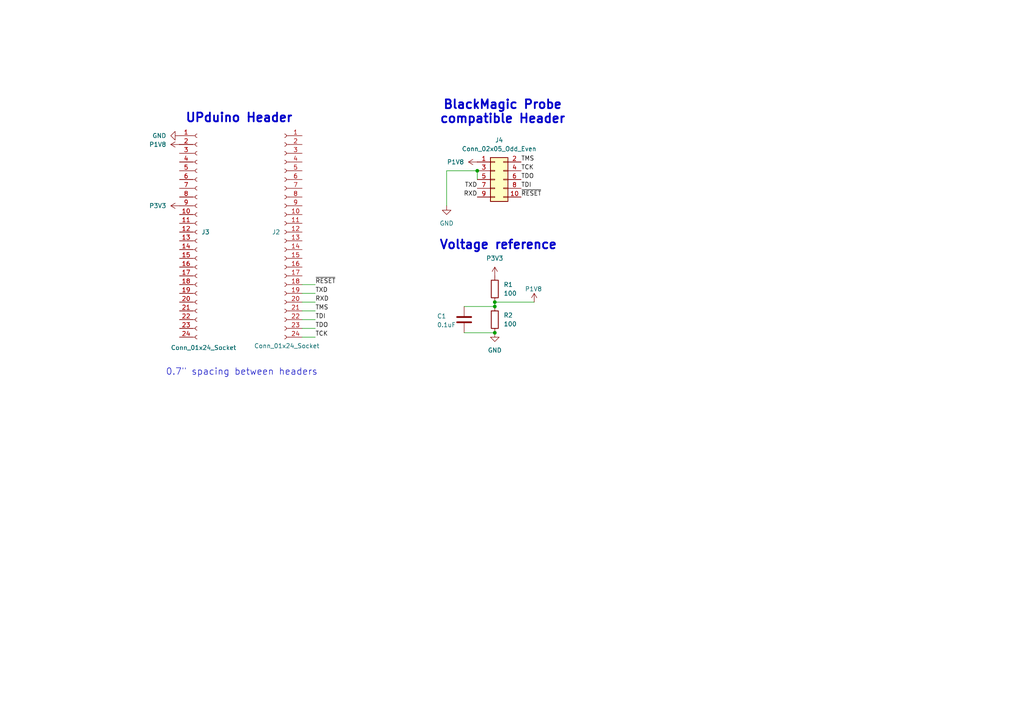
<source format=kicad_sch>
(kicad_sch (version 20231120) (generator "eeschema") (generator_version "8.0")
  (paper "A4")
  (lib_symbols
    (symbol "Connector:Conn_01x24_Socket" (pin_names (offset 1.016) hide)
      (property "Reference" "J" (at 0 30.48 0))
      (property "Value" "Conn_01x24_Socket" (at 0 -33.02 0))
      (symbol "Conn_01x24_Socket_1_1"
        (arc (start 0 -29.972) (mid -0.5058 -30.48) (end 0 -30.988) (stroke (width 0.1524)))
        (arc (start 0 -27.432) (mid -0.5058 -27.94) (end 0 -28.448) (stroke (width 0.1524)))
        (arc (start 0 -24.892) (mid -0.5058 -25.4) (end 0 -25.908) (stroke (width 0.1524)))
        (arc (start 0 -22.352) (mid -0.5058 -22.86) (end 0 -23.368) (stroke (width 0.1524)))
        (arc (start 0 -19.812) (mid -0.5058 -20.32) (end 0 -20.828) (stroke (width 0.1524)))
        (arc (start 0 -17.272) (mid -0.5058 -17.78) (end 0 -18.288) (stroke (width 0.1524)))
        (arc (start 0 -14.732) (mid -0.5058 -15.24) (end 0 -15.748) (stroke (width 0.1524)))
        (arc (start 0 -12.192) (mid -0.5058 -12.7) (end 0 -13.208) (stroke (width 0.1524)))
        (arc (start 0 -9.652) (mid -0.5058 -10.16) (end 0 -10.668) (stroke (width 0.1524)))
        (arc (start 0 -7.112) (mid -0.5058 -7.62) (end 0 -8.128) (stroke (width 0.1524)))
        (arc (start 0 -4.572) (mid -0.5058 -5.08) (end 0 -5.588) (stroke (width 0.1524)))
        (arc (start 0 -2.032) (mid -0.5058 -2.54) (end 0 -3.048) (stroke (width 0.1524)))
        (polyline (pts (xy -1.27 -30.48) (xy -0.508 -30.48)) (stroke (width 0.1524)))
        (polyline (pts (xy -1.27 -27.94) (xy -0.508 -27.94)) (stroke (width 0.1524)))
        (polyline (pts (xy -1.27 -25.4) (xy -0.508 -25.4)) (stroke (width 0.1524)))
        (polyline (pts (xy -1.27 -22.86) (xy -0.508 -22.86)) (stroke (width 0.1524)))
        (polyline (pts (xy -1.27 -20.32) (xy -0.508 -20.32)) (stroke (width 0.1524)))
        (polyline (pts (xy -1.27 -17.78) (xy -0.508 -17.78)) (stroke (width 0.1524)))
        (polyline (pts (xy -1.27 -15.24) (xy -0.508 -15.24)) (stroke (width 0.1524)))
        (polyline (pts (xy -1.27 -12.7) (xy -0.508 -12.7)) (stroke (width 0.1524)))
        (polyline (pts (xy -1.27 -10.16) (xy -0.508 -10.16)) (stroke (width 0.1524)))
        (polyline (pts (xy -1.27 -7.62) (xy -0.508 -7.62)) (stroke (width 0.1524)))
        (polyline (pts (xy -1.27 -5.08) (xy -0.508 -5.08)) (stroke (width 0.1524)))
        (polyline (pts (xy -1.27 -2.54) (xy -0.508 -2.54)) (stroke (width 0.1524)))
        (polyline (pts (xy -1.27 0) (xy -0.508 0)) (stroke (width 0.1524)))
        (polyline (pts (xy -1.27 2.54) (xy -0.508 2.54)) (stroke (width 0.1524)))
        (polyline (pts (xy -1.27 5.08) (xy -0.508 5.08)) (stroke (width 0.1524)))
        (polyline (pts (xy -1.27 7.62) (xy -0.508 7.62)) (stroke (width 0.1524)))
        (polyline (pts (xy -1.27 10.16) (xy -0.508 10.16)) (stroke (width 0.1524)))
        (polyline (pts (xy -1.27 12.7) (xy -0.508 12.7)) (stroke (width 0.1524)))
        (polyline (pts (xy -1.27 15.24) (xy -0.508 15.24)) (stroke (width 0.1524)))
        (polyline (pts (xy -1.27 17.78) (xy -0.508 17.78)) (stroke (width 0.1524)))
        (polyline (pts (xy -1.27 20.32) (xy -0.508 20.32)) (stroke (width 0.1524)))
        (polyline (pts (xy -1.27 22.86) (xy -0.508 22.86)) (stroke (width 0.1524)))
        (polyline (pts (xy -1.27 25.4) (xy -0.508 25.4)) (stroke (width 0.1524)))
        (polyline (pts (xy -1.27 27.94) (xy -0.508 27.94)) (stroke (width 0.1524)))
        (arc (start 0 0.508) (mid -0.5058 0) (end 0 -0.508) (stroke (width 0.1524)))
        (arc (start 0 3.048) (mid -0.5058 2.54) (end 0 2.032) (stroke (width 0.1524)))
        (arc (start 0 5.588) (mid -0.5058 5.08) (end 0 4.572) (stroke (width 0.1524)))
        (arc (start 0 8.128) (mid -0.5058 7.62) (end 0 7.112) (stroke (width 0.1524)))
        (arc (start 0 10.668) (mid -0.5058 10.16) (end 0 9.652) (stroke (width 0.1524)))
        (arc (start 0 13.208) (mid -0.5058 12.7) (end 0 12.192) (stroke (width 0.1524)))
        (arc (start 0 15.748) (mid -0.5058 15.24) (end 0 14.732) (stroke (width 0.1524)))
        (arc (start 0 18.288) (mid -0.5058 17.78) (end 0 17.272) (stroke (width 0.1524)))
        (arc (start 0 20.828) (mid -0.5058 20.32) (end 0 19.812) (stroke (width 0.1524)))
        (arc (start 0 23.368) (mid -0.5058 22.86) (end 0 22.352) (stroke (width 0.1524)))
        (arc (start 0 25.908) (mid -0.5058 25.4) (end 0 24.892) (stroke (width 0.1524)))
        (arc (start 0 28.448) (mid -0.5058 27.94) (end 0 27.432) (stroke (width 0.1524)))
        (pin passive line (at -5.08 27.94 0) (length 3.81) (name "Pin_1") (number "1"))
        (pin passive line (at -5.08 5.08 0) (length 3.81) (name "Pin_10") (number "10"))
        (pin passive line (at -5.08 2.54 0) (length 3.81) (name "Pin_11") (number "11"))
        (pin passive line (at -5.08 0 0) (length 3.81) (name "Pin_12") (number "12"))
        (pin passive line (at -5.08 -2.54 0) (length 3.81) (name "Pin_13") (number "13"))
        (pin passive line (at -5.08 -5.08 0) (length 3.81) (name "Pin_14") (number "14"))
        (pin passive line (at -5.08 -7.62 0) (length 3.81) (name "Pin_15") (number "15"))
        (pin passive line (at -5.08 -10.16 0) (length 3.81) (name "Pin_16") (number "16"))
        (pin passive line (at -5.08 -12.7 0) (length 3.81) (name "Pin_17") (number "17"))
        (pin passive line (at -5.08 -15.24 0) (length 3.81) (name "Pin_18") (number "18"))
        (pin passive line (at -5.08 -17.78 0) (length 3.81) (name "Pin_19") (number "19"))
        (pin passive line (at -5.08 25.4 0) (length 3.81) (name "Pin_2") (number "2"))
        (pin passive line (at -5.08 -20.32 0) (length 3.81) (name "Pin_20") (number "20"))
        (pin passive line (at -5.08 -22.86 0) (length 3.81) (name "Pin_21") (number "21"))
        (pin passive line (at -5.08 -25.4 0) (length 3.81) (name "Pin_22") (number "22"))
        (pin passive line (at -5.08 -27.94 0) (length 3.81) (name "Pin_23") (number "23"))
        (pin passive line (at -5.08 -30.48 0) (length 3.81) (name "Pin_24") (number "24"))
        (pin passive line (at -5.08 22.86 0) (length 3.81) (name "Pin_3") (number "3"))
        (pin passive line (at -5.08 20.32 0) (length 3.81) (name "Pin_4") (number "4"))
        (pin passive line (at -5.08 17.78 0) (length 3.81) (name "Pin_5") (number "5"))
        (pin passive line (at -5.08 15.24 0) (length 3.81) (name "Pin_6") (number "6"))
        (pin passive line (at -5.08 12.7 0) (length 3.81) (name "Pin_7") (number "7"))
        (pin passive line (at -5.08 10.16 0) (length 3.81) (name "Pin_8") (number "8"))
        (pin passive line (at -5.08 7.62 0) (length 3.81) (name "Pin_9") (number "9"))
      )
    )
    (symbol "Connector_Generic:Conn_02x05_Odd_Even" (pin_names (offset 1.016) hide)
      (property "Reference" "J" (at 1.27 7.62 0))
      (property "Value" "Conn_02x05_Odd_Even" (at 1.27 -7.62 0))
      (symbol "Conn_02x05_Odd_Even_1_1"
        (rectangle (start -1.27 -4.953) (end 0 -5.207) (stroke (width 0.1524)))
        (rectangle (start -1.27 -2.413) (end 0 -2.667) (stroke (width 0.1524)))
        (rectangle (start -1.27 0.127) (end 0 -0.127) (stroke (width 0.1524)))
        (rectangle (start -1.27 2.667) (end 0 2.413) (stroke (width 0.1524)))
        (rectangle (start -1.27 5.207) (end 0 4.953) (stroke (width 0.1524)))
        (rectangle (start -1.27 6.35) (end 3.81 -6.35) (stroke (width 0.254)) (fill (type background)))
        (rectangle (start 3.81 -4.953) (end 2.54 -5.207) (stroke (width 0.1524)))
        (rectangle (start 3.81 -2.413) (end 2.54 -2.667) (stroke (width 0.1524)))
        (rectangle (start 3.81 0.127) (end 2.54 -0.127) (stroke (width 0.1524)))
        (rectangle (start 3.81 2.667) (end 2.54 2.413) (stroke (width 0.1524)))
        (rectangle (start 3.81 5.207) (end 2.54 4.953) (stroke (width 0.1524)))
        (pin passive line (at -5.08 5.08 0) (length 3.81) (name "Pin_1") (number "1"))
        (pin passive line (at 7.62 -5.08 180) (length 3.81) (name "Pin_10") (number "10"))
        (pin passive line (at 7.62 5.08 180) (length 3.81) (name "Pin_2") (number "2"))
        (pin passive line (at -5.08 2.54 0) (length 3.81) (name "Pin_3") (number "3"))
        (pin passive line (at 7.62 2.54 180) (length 3.81) (name "Pin_4") (number "4"))
        (pin passive line (at -5.08 0 0) (length 3.81) (name "Pin_5") (number "5"))
        (pin passive line (at 7.62 0 180) (length 3.81) (name "Pin_6") (number "6"))
        (pin passive line (at -5.08 -2.54 0) (length 3.81) (name "Pin_7") (number "7"))
        (pin passive line (at 7.62 -2.54 180) (length 3.81) (name "Pin_8") (number "8"))
        (pin passive line (at -5.08 -5.08 0) (length 3.81) (name "Pin_9") (number "9"))
      )
    )
    (symbol "Device:C" (pin_numbers hide) (pin_names (offset 0.254))
      (property "Reference" "C" (at 0.635 2.54 0))
      (property "Value" "C" (at 0.635 -2.54 0))
      (symbol "C_0_1"
        (polyline (pts (xy -2.032 -0.762) (xy 2.032 -0.762)) (stroke (width 0.508)))
        (polyline (pts (xy -2.032 0.762) (xy 2.032 0.762)) (stroke (width 0.508)))
      )
      (symbol "C_1_1"
        (pin passive line (at 0 3.81 270) (length 2.794) (name "~") (number "1"))
        (pin passive line (at 0 -3.81 90) (length 2.794) (name "~") (number "2"))
      )
    )
    (symbol "Device:R" (pin_numbers hide) (pin_names (offset 0))
      (property "Reference" "R" (at 2.032 0 90))
      (property "Value" "R" (at 0 0 90))
      (symbol "R_0_1"
        (rectangle (start -1.016 -2.54) (end 1.016 2.54) (stroke (width 0.254)))
      )
      (symbol "R_1_1"
        (pin passive line (at 0 3.81 270) (length 1.27) (name "~") (number "1"))
        (pin passive line (at 0 -3.81 90) (length 1.27) (name "~") (number "2"))
      )
    )
    (symbol "power:+1V8" (power) (pin_numbers hide) (pin_names (offset 0) hide)
      (property "Value" "+1V8" (at 0 3.556 0))
      (symbol "+1V8_0_1"
        (polyline (pts (xy -0.762 1.27) (xy 0 2.54)))
        (polyline (pts (xy 0 0) (xy 0 2.54)))
        (polyline (pts (xy 0 2.54) (xy 0.762 1.27)))
      )
      (symbol "+1V8_1_1"
        (pin power_in line (at 0 0 90) (length 0) (name "~") (number "1"))
      )
    )
    (symbol "power:GND" (power) (pin_numbers hide) (pin_names (offset 0) hide)
      (property "Value" "GND" (at 0 -3.81 0))
      (symbol "GND_0_1"
        (polyline (pts (xy 0 0) (xy 0 -1.27) (xy 1.27 -1.27) (xy 0 -2.54) (xy -1.27 -1.27) (xy 0 -1.27)))
      )
      (symbol "GND_1_1"
        (pin power_in line (at 0 0 270) (length 0) (name "~") (number "1"))
      )
    )
  )
  (junction (at 143.51 96.52))
  (junction (at 143.51 88.9))
  (junction (at 143.51 87.63))
  (junction (at 138.43 49.53))
  (wire (pts (xy 91.44 87.63) (xy 87.63 87.63)))
  (wire (pts (xy 91.44 85.09) (xy 87.63 85.09)))
  (wire (pts (xy 138.43 49.53) (xy 138.43 52.07)))
  (wire (pts (xy 91.44 95.25) (xy 87.63 95.25)))
  (wire (pts (xy 91.44 90.17) (xy 87.63 90.17)))
  (wire (pts (xy 129.54 49.53) (xy 138.43 49.53)))
  (wire (pts (xy 129.54 49.53) (xy 129.54 59.69)))
  (wire (pts (xy 154.94 87.63) (xy 143.51 87.63)))
  (wire (pts (xy 91.44 82.55) (xy 87.63 82.55)))
  (wire (pts (xy 134.62 96.52) (xy 143.51 96.52)))
  (wire (pts (xy 91.44 97.79) (xy 87.63 97.79)))
  (wire (pts (xy 91.44 92.71) (xy 87.63 92.71)))
  (wire (pts (xy 143.51 87.63) (xy 143.51 88.9)))
  (wire (pts (xy 134.62 88.9) (xy 143.51 88.9)))
  (text "BlackMagic Probe\ncompatible Header" (at 145.796 32.512 0) (effects (font (size 2.54 2.54) (thickness 0.508) (bold yes))))
  (text "0.7\" spacing between headers" (at 70.104 107.95 0) (effects (font (size 1.905 1.905))))
  (text "UPduino Header" (at 69.342 34.29 0) (effects (font (size 2.54 2.54) (thickness 0.508) (bold yes))))
  (text "Voltage reference" (at 144.526 71.12 0) (effects (font (size 2.54 2.54) (thickness 0.508) (bold yes))))
  (label "TXD" (at 138.43 54.61 180))
  (label "TCK" (at 91.44 97.79 0))
  (label "TDO" (at 151.13 52.07 0))
  (label "TDO" (at 91.44 95.25 0))
  (label "TCK" (at 151.13 49.53 0))
  (label "RXD" (at 138.43 57.15 180))
  (label "TXD" (at 91.44 85.09 0))
  (label "RXD" (at 91.44 87.63 0))
  (label "TMS" (at 151.13 46.99 0))
  (label "~{RESET}" (at 151.13 57.15 0))
  (label "TDI" (at 151.13 54.61 0))
  (label "~{RESET}" (at 91.44 82.55 0))
  (label "TMS" (at 91.44 90.17 0))
  (label "TDI" (at 91.44 92.71 0))
  (symbol (lib_id "Connector:Conn_01x24_Socket") (at 82.55 67.31 0) (mirror y) (unit 1)
    (property "Reference" "J2" (at 81.28 67.3099 0) (effects (justify left)))
    (property "Value" "Conn_01x24_Socket" (at 92.71 100.33 0) (effects (justify left)))
    (property "Footprint" "Connector_PinHeader_2.54mm:PinHeader_1x24_P2.54mm_Vertical" (effects (hide yes)))
    (property "Description" "Generic connector, single row, 01x24, script generated" (effects (hide yes)))
  )
  (symbol (lib_id "Device:R") (at 143.51 83.82 0) (unit 1)
    (property "Reference" "R1" (at 146.05 82.5499 0) (effects (justify left)))
    (property "Value" "100" (at 146.05 85.0899 0) (effects (justify left)))
    (property "Footprint" "Resistor_SMD:R_0603_1608Metric_Pad0.98x0.95mm_HandSolder" (effects (hide yes)))
    (property "Description" "Resistor" (effects (hide yes)))
  )
  (symbol (lib_id "power:+1V8") (at 143.51 80.01 0) (unit 1)
    (property "Reference" "#PWR08" (effects (hide yes)))
    (property "Value" "P3V3" (at 143.51 74.93 0))
    (property "Description" "Power symbol creates a global label with name \"+1V8\"" (effects (hide yes)))
  )
  (symbol (lib_id "Connector_Generic:Conn_02x05_Odd_Even") (at 143.51 52.07 0) (unit 1)
    (property "Reference" "J4" (at 144.78 40.64 0))
    (property "Value" "Conn_02x05_Odd_Even" (at 144.78 43.18 0))
    (property "Footprint" "Connector_PinHeader_1.27mm:PinHeader_2x05_P1.27mm_Vertical_SMD" (effects (hide yes)))
    (property "Description" "Generic connector, double row, 02x05, odd/even pin numbering scheme (row 1 odd numbers, row 2 even numbers), script generated (kicad-library-utils/schlib/autogen/connector/)" (effects (hide yes)))
  )
  (symbol (lib_id "Device:R") (at 143.51 92.71 0) (unit 1)
    (property "Reference" "R2" (at 146.05 91.4399 0) (effects (justify left)))
    (property "Value" "100" (at 146.05 93.9799 0) (effects (justify left)))
    (property "Footprint" "Resistor_SMD:R_0603_1608Metric_Pad0.98x0.95mm_HandSolder" (effects (hide yes)))
    (property "Description" "Resistor" (effects (hide yes)))
  )
  (symbol (lib_id "power:GND") (at 52.07 39.37 270) (unit 1)
    (property "Reference" "#PWR01" (effects (hide yes)))
    (property "Value" "GND" (at 48.26 39.3699 90) (effects (justify right)))
    (property "Description" "Power symbol creates a global label with name \"GND\" , ground" (effects (hide yes)))
  )
  (symbol (lib_id "power:+1V8") (at 52.07 59.69 90) (unit 1)
    (property "Reference" "#PWR05" (effects (hide yes)))
    (property "Value" "P3V3" (at 48.26 59.6899 90) (effects (justify left)))
    (property "Description" "Power symbol creates a global label with name \"+1V8\"" (effects (hide yes)))
  )
  (symbol (lib_id "power:GND") (at 143.51 96.52 0) (unit 1)
    (property "Reference" "#PWR06" (effects (hide yes)))
    (property "Value" "GND" (at 143.51 101.6 0))
    (property "Description" "Power symbol creates a global label with name \"GND\" , ground" (effects (hide yes)))
  )
  (symbol (lib_id "power:GND") (at 129.54 59.69 0) (unit 1)
    (property "Reference" "#PWR02" (effects (hide yes)))
    (property "Value" "GND" (at 129.54 64.77 0))
    (property "Description" "Power symbol creates a global label with name \"GND\" , ground" (effects (hide yes)))
  )
  (symbol (lib_id "Device:C") (at 134.62 92.71 0) (unit 1)
    (property "Reference" "C1" (at 126.746 91.694 0) (effects (justify left)))
    (property "Value" "0.1uF" (at 126.746 94.234 0) (effects (justify left)))
    (property "Footprint" "Capacitor_SMD:C_0603_1608Metric_Pad1.08x0.95mm_HandSolder" (effects (hide yes)))
    (property "Description" "Unpolarized capacitor" (effects (hide yes)))
  )
  (symbol (lib_id "Connector:Conn_01x24_Socket") (at 57.15 67.31 0) (unit 1)
    (property "Reference" "J3" (at 58.42 67.3099 0) (effects (justify left)))
    (property "Value" "Conn_01x24_Socket" (at 49.53 100.838 0) (effects (justify left)))
    (property "Footprint" "Connector_PinHeader_2.54mm:PinHeader_1x24_P2.54mm_Vertical" (effects (hide yes)))
    (property "Description" "Generic connector, single row, 01x24, script generated" (effects (hide yes)))
  )
  (symbol (lib_id "power:+1V8") (at 154.94 87.63 0) (mirror y) (unit 1)
    (property "Reference" "#PWR07" (effects (hide yes)))
    (property "Value" "P1V8" (at 157.226 83.82 0) (effects (justify left)))
    (property "Description" "Power symbol creates a global label with name \"+1V8\"" (effects (hide yes)))
  )
  (symbol (lib_id "power:+1V8") (at 52.07 41.91 90) (unit 1)
    (property "Reference" "#PWR03" (effects (hide yes)))
    (property "Value" "P1V8" (at 48.26 41.9099 90) (effects (justify left)))
    (property "Description" "Power symbol creates a global label with name \"+1V8\"" (effects (hide yes)))
  )
  (symbol (lib_id "power:+1V8") (at 138.43 46.99 90) (unit 1)
    (property "Reference" "#PWR04" (effects (hide yes)))
    (property "Value" "P1V8" (at 134.62 46.9899 90) (effects (justify left)))
    (property "Description" "Power symbol creates a global label with name \"+1V8\"" (effects (hide yes)))
  )
)
</source>
